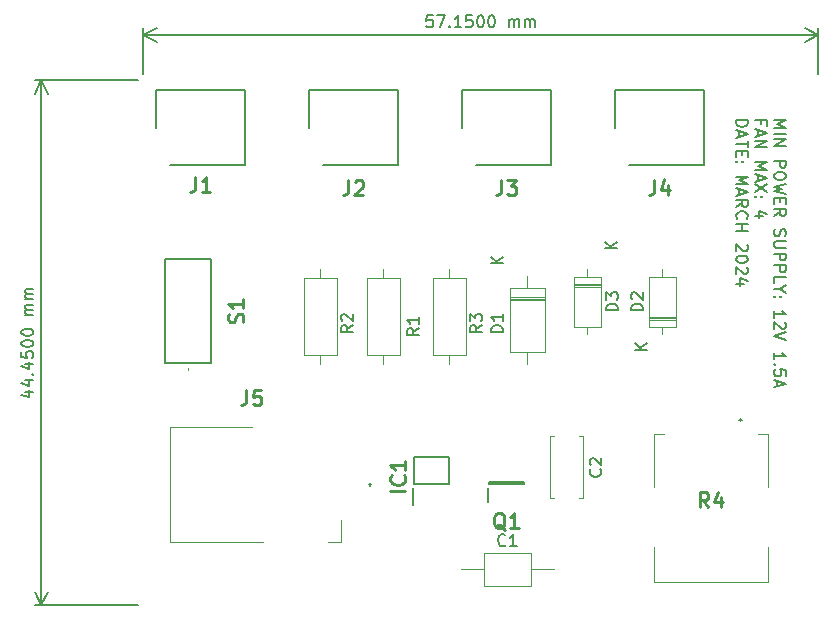
<source format=gbr>
%TF.GenerationSoftware,KiCad,Pcbnew,7.0.10*%
%TF.CreationDate,2024-03-14T19:30:55-04:00*%
%TF.ProjectId,Fan Speed Controller,46616e20-5370-4656-9564-20436f6e7472,rev?*%
%TF.SameCoordinates,Original*%
%TF.FileFunction,Legend,Top*%
%TF.FilePolarity,Positive*%
%FSLAX46Y46*%
G04 Gerber Fmt 4.6, Leading zero omitted, Abs format (unit mm)*
G04 Created by KiCad (PCBNEW 7.0.10) date 2024-03-14 19:30:55*
%MOMM*%
%LPD*%
G01*
G04 APERTURE LIST*
%ADD10C,0.150000*%
%ADD11C,0.254000*%
%ADD12C,0.120000*%
%ADD13C,0.100000*%
%ADD14C,0.200000*%
%ADD15C,1.600000*%
%ADD16O,1.600000X1.600000*%
%ADD17C,1.800000*%
%ADD18C,4.460000*%
%ADD19C,5.460000*%
%ADD20C,1.300000*%
%ADD21R,1.300000X1.300000*%
%ADD22R,1.600000X1.600000*%
%ADD23R,1.500000X1.500000*%
%ADD24C,1.500000*%
%ADD25R,0.650000X1.200000*%
%ADD26R,0.450000X1.400000*%
%ADD27O,2.200000X2.200000*%
%ADD28R,2.200000X2.200000*%
G04 APERTURE END LIST*
D10*
X29626152Y-55831856D02*
X30292819Y-55831856D01*
X29245200Y-56069951D02*
X29959485Y-56308046D01*
X29959485Y-56308046D02*
X29959485Y-55688999D01*
X29626152Y-54879475D02*
X30292819Y-54879475D01*
X29245200Y-55117570D02*
X29959485Y-55355665D01*
X29959485Y-55355665D02*
X29959485Y-54736618D01*
X30197580Y-54355665D02*
X30245200Y-54308046D01*
X30245200Y-54308046D02*
X30292819Y-54355665D01*
X30292819Y-54355665D02*
X30245200Y-54403284D01*
X30245200Y-54403284D02*
X30197580Y-54355665D01*
X30197580Y-54355665D02*
X30292819Y-54355665D01*
X29626152Y-53450904D02*
X30292819Y-53450904D01*
X29245200Y-53688999D02*
X29959485Y-53927094D01*
X29959485Y-53927094D02*
X29959485Y-53308047D01*
X29292819Y-52450904D02*
X29292819Y-52927094D01*
X29292819Y-52927094D02*
X29769009Y-52974713D01*
X29769009Y-52974713D02*
X29721390Y-52927094D01*
X29721390Y-52927094D02*
X29673771Y-52831856D01*
X29673771Y-52831856D02*
X29673771Y-52593761D01*
X29673771Y-52593761D02*
X29721390Y-52498523D01*
X29721390Y-52498523D02*
X29769009Y-52450904D01*
X29769009Y-52450904D02*
X29864247Y-52403285D01*
X29864247Y-52403285D02*
X30102342Y-52403285D01*
X30102342Y-52403285D02*
X30197580Y-52450904D01*
X30197580Y-52450904D02*
X30245200Y-52498523D01*
X30245200Y-52498523D02*
X30292819Y-52593761D01*
X30292819Y-52593761D02*
X30292819Y-52831856D01*
X30292819Y-52831856D02*
X30245200Y-52927094D01*
X30245200Y-52927094D02*
X30197580Y-52974713D01*
X29292819Y-51784237D02*
X29292819Y-51688999D01*
X29292819Y-51688999D02*
X29340438Y-51593761D01*
X29340438Y-51593761D02*
X29388057Y-51546142D01*
X29388057Y-51546142D02*
X29483295Y-51498523D01*
X29483295Y-51498523D02*
X29673771Y-51450904D01*
X29673771Y-51450904D02*
X29911866Y-51450904D01*
X29911866Y-51450904D02*
X30102342Y-51498523D01*
X30102342Y-51498523D02*
X30197580Y-51546142D01*
X30197580Y-51546142D02*
X30245200Y-51593761D01*
X30245200Y-51593761D02*
X30292819Y-51688999D01*
X30292819Y-51688999D02*
X30292819Y-51784237D01*
X30292819Y-51784237D02*
X30245200Y-51879475D01*
X30245200Y-51879475D02*
X30197580Y-51927094D01*
X30197580Y-51927094D02*
X30102342Y-51974713D01*
X30102342Y-51974713D02*
X29911866Y-52022332D01*
X29911866Y-52022332D02*
X29673771Y-52022332D01*
X29673771Y-52022332D02*
X29483295Y-51974713D01*
X29483295Y-51974713D02*
X29388057Y-51927094D01*
X29388057Y-51927094D02*
X29340438Y-51879475D01*
X29340438Y-51879475D02*
X29292819Y-51784237D01*
X29292819Y-50831856D02*
X29292819Y-50736618D01*
X29292819Y-50736618D02*
X29340438Y-50641380D01*
X29340438Y-50641380D02*
X29388057Y-50593761D01*
X29388057Y-50593761D02*
X29483295Y-50546142D01*
X29483295Y-50546142D02*
X29673771Y-50498523D01*
X29673771Y-50498523D02*
X29911866Y-50498523D01*
X29911866Y-50498523D02*
X30102342Y-50546142D01*
X30102342Y-50546142D02*
X30197580Y-50593761D01*
X30197580Y-50593761D02*
X30245200Y-50641380D01*
X30245200Y-50641380D02*
X30292819Y-50736618D01*
X30292819Y-50736618D02*
X30292819Y-50831856D01*
X30292819Y-50831856D02*
X30245200Y-50927094D01*
X30245200Y-50927094D02*
X30197580Y-50974713D01*
X30197580Y-50974713D02*
X30102342Y-51022332D01*
X30102342Y-51022332D02*
X29911866Y-51069951D01*
X29911866Y-51069951D02*
X29673771Y-51069951D01*
X29673771Y-51069951D02*
X29483295Y-51022332D01*
X29483295Y-51022332D02*
X29388057Y-50974713D01*
X29388057Y-50974713D02*
X29340438Y-50927094D01*
X29340438Y-50927094D02*
X29292819Y-50831856D01*
X30292819Y-49308046D02*
X29626152Y-49308046D01*
X29721390Y-49308046D02*
X29673771Y-49260427D01*
X29673771Y-49260427D02*
X29626152Y-49165189D01*
X29626152Y-49165189D02*
X29626152Y-49022332D01*
X29626152Y-49022332D02*
X29673771Y-48927094D01*
X29673771Y-48927094D02*
X29769009Y-48879475D01*
X29769009Y-48879475D02*
X30292819Y-48879475D01*
X29769009Y-48879475D02*
X29673771Y-48831856D01*
X29673771Y-48831856D02*
X29626152Y-48736618D01*
X29626152Y-48736618D02*
X29626152Y-48593761D01*
X29626152Y-48593761D02*
X29673771Y-48498522D01*
X29673771Y-48498522D02*
X29769009Y-48450903D01*
X29769009Y-48450903D02*
X30292819Y-48450903D01*
X30292819Y-47974713D02*
X29626152Y-47974713D01*
X29721390Y-47974713D02*
X29673771Y-47927094D01*
X29673771Y-47927094D02*
X29626152Y-47831856D01*
X29626152Y-47831856D02*
X29626152Y-47688999D01*
X29626152Y-47688999D02*
X29673771Y-47593761D01*
X29673771Y-47593761D02*
X29769009Y-47546142D01*
X29769009Y-47546142D02*
X30292819Y-47546142D01*
X29769009Y-47546142D02*
X29673771Y-47498523D01*
X29673771Y-47498523D02*
X29626152Y-47403285D01*
X29626152Y-47403285D02*
X29626152Y-47260428D01*
X29626152Y-47260428D02*
X29673771Y-47165189D01*
X29673771Y-47165189D02*
X29769009Y-47117570D01*
X29769009Y-47117570D02*
X30292819Y-47117570D01*
X39124000Y-29464000D02*
X30401580Y-29464000D01*
X39124000Y-73914000D02*
X30401580Y-73914000D01*
X30988000Y-29464000D02*
X30988000Y-73914000D01*
X30988000Y-29464000D02*
X30988000Y-73914000D01*
X30988000Y-29464000D02*
X31574421Y-30590504D01*
X30988000Y-29464000D02*
X30401579Y-30590504D01*
X30988000Y-73914000D02*
X30401579Y-72787496D01*
X30988000Y-73914000D02*
X31574421Y-72787496D01*
X64103762Y-23958819D02*
X63627572Y-23958819D01*
X63627572Y-23958819D02*
X63579953Y-24435009D01*
X63579953Y-24435009D02*
X63627572Y-24387390D01*
X63627572Y-24387390D02*
X63722810Y-24339771D01*
X63722810Y-24339771D02*
X63960905Y-24339771D01*
X63960905Y-24339771D02*
X64056143Y-24387390D01*
X64056143Y-24387390D02*
X64103762Y-24435009D01*
X64103762Y-24435009D02*
X64151381Y-24530247D01*
X64151381Y-24530247D02*
X64151381Y-24768342D01*
X64151381Y-24768342D02*
X64103762Y-24863580D01*
X64103762Y-24863580D02*
X64056143Y-24911200D01*
X64056143Y-24911200D02*
X63960905Y-24958819D01*
X63960905Y-24958819D02*
X63722810Y-24958819D01*
X63722810Y-24958819D02*
X63627572Y-24911200D01*
X63627572Y-24911200D02*
X63579953Y-24863580D01*
X64484715Y-23958819D02*
X65151381Y-23958819D01*
X65151381Y-23958819D02*
X64722810Y-24958819D01*
X65532334Y-24863580D02*
X65579953Y-24911200D01*
X65579953Y-24911200D02*
X65532334Y-24958819D01*
X65532334Y-24958819D02*
X65484715Y-24911200D01*
X65484715Y-24911200D02*
X65532334Y-24863580D01*
X65532334Y-24863580D02*
X65532334Y-24958819D01*
X66532333Y-24958819D02*
X65960905Y-24958819D01*
X66246619Y-24958819D02*
X66246619Y-23958819D01*
X66246619Y-23958819D02*
X66151381Y-24101676D01*
X66151381Y-24101676D02*
X66056143Y-24196914D01*
X66056143Y-24196914D02*
X65960905Y-24244533D01*
X67437095Y-23958819D02*
X66960905Y-23958819D01*
X66960905Y-23958819D02*
X66913286Y-24435009D01*
X66913286Y-24435009D02*
X66960905Y-24387390D01*
X66960905Y-24387390D02*
X67056143Y-24339771D01*
X67056143Y-24339771D02*
X67294238Y-24339771D01*
X67294238Y-24339771D02*
X67389476Y-24387390D01*
X67389476Y-24387390D02*
X67437095Y-24435009D01*
X67437095Y-24435009D02*
X67484714Y-24530247D01*
X67484714Y-24530247D02*
X67484714Y-24768342D01*
X67484714Y-24768342D02*
X67437095Y-24863580D01*
X67437095Y-24863580D02*
X67389476Y-24911200D01*
X67389476Y-24911200D02*
X67294238Y-24958819D01*
X67294238Y-24958819D02*
X67056143Y-24958819D01*
X67056143Y-24958819D02*
X66960905Y-24911200D01*
X66960905Y-24911200D02*
X66913286Y-24863580D01*
X68103762Y-23958819D02*
X68199000Y-23958819D01*
X68199000Y-23958819D02*
X68294238Y-24006438D01*
X68294238Y-24006438D02*
X68341857Y-24054057D01*
X68341857Y-24054057D02*
X68389476Y-24149295D01*
X68389476Y-24149295D02*
X68437095Y-24339771D01*
X68437095Y-24339771D02*
X68437095Y-24577866D01*
X68437095Y-24577866D02*
X68389476Y-24768342D01*
X68389476Y-24768342D02*
X68341857Y-24863580D01*
X68341857Y-24863580D02*
X68294238Y-24911200D01*
X68294238Y-24911200D02*
X68199000Y-24958819D01*
X68199000Y-24958819D02*
X68103762Y-24958819D01*
X68103762Y-24958819D02*
X68008524Y-24911200D01*
X68008524Y-24911200D02*
X67960905Y-24863580D01*
X67960905Y-24863580D02*
X67913286Y-24768342D01*
X67913286Y-24768342D02*
X67865667Y-24577866D01*
X67865667Y-24577866D02*
X67865667Y-24339771D01*
X67865667Y-24339771D02*
X67913286Y-24149295D01*
X67913286Y-24149295D02*
X67960905Y-24054057D01*
X67960905Y-24054057D02*
X68008524Y-24006438D01*
X68008524Y-24006438D02*
X68103762Y-23958819D01*
X69056143Y-23958819D02*
X69151381Y-23958819D01*
X69151381Y-23958819D02*
X69246619Y-24006438D01*
X69246619Y-24006438D02*
X69294238Y-24054057D01*
X69294238Y-24054057D02*
X69341857Y-24149295D01*
X69341857Y-24149295D02*
X69389476Y-24339771D01*
X69389476Y-24339771D02*
X69389476Y-24577866D01*
X69389476Y-24577866D02*
X69341857Y-24768342D01*
X69341857Y-24768342D02*
X69294238Y-24863580D01*
X69294238Y-24863580D02*
X69246619Y-24911200D01*
X69246619Y-24911200D02*
X69151381Y-24958819D01*
X69151381Y-24958819D02*
X69056143Y-24958819D01*
X69056143Y-24958819D02*
X68960905Y-24911200D01*
X68960905Y-24911200D02*
X68913286Y-24863580D01*
X68913286Y-24863580D02*
X68865667Y-24768342D01*
X68865667Y-24768342D02*
X68818048Y-24577866D01*
X68818048Y-24577866D02*
X68818048Y-24339771D01*
X68818048Y-24339771D02*
X68865667Y-24149295D01*
X68865667Y-24149295D02*
X68913286Y-24054057D01*
X68913286Y-24054057D02*
X68960905Y-24006438D01*
X68960905Y-24006438D02*
X69056143Y-23958819D01*
X70579953Y-24958819D02*
X70579953Y-24292152D01*
X70579953Y-24387390D02*
X70627572Y-24339771D01*
X70627572Y-24339771D02*
X70722810Y-24292152D01*
X70722810Y-24292152D02*
X70865667Y-24292152D01*
X70865667Y-24292152D02*
X70960905Y-24339771D01*
X70960905Y-24339771D02*
X71008524Y-24435009D01*
X71008524Y-24435009D02*
X71008524Y-24958819D01*
X71008524Y-24435009D02*
X71056143Y-24339771D01*
X71056143Y-24339771D02*
X71151381Y-24292152D01*
X71151381Y-24292152D02*
X71294238Y-24292152D01*
X71294238Y-24292152D02*
X71389477Y-24339771D01*
X71389477Y-24339771D02*
X71437096Y-24435009D01*
X71437096Y-24435009D02*
X71437096Y-24958819D01*
X71913286Y-24958819D02*
X71913286Y-24292152D01*
X71913286Y-24387390D02*
X71960905Y-24339771D01*
X71960905Y-24339771D02*
X72056143Y-24292152D01*
X72056143Y-24292152D02*
X72199000Y-24292152D01*
X72199000Y-24292152D02*
X72294238Y-24339771D01*
X72294238Y-24339771D02*
X72341857Y-24435009D01*
X72341857Y-24435009D02*
X72341857Y-24958819D01*
X72341857Y-24435009D02*
X72389476Y-24339771D01*
X72389476Y-24339771D02*
X72484714Y-24292152D01*
X72484714Y-24292152D02*
X72627571Y-24292152D01*
X72627571Y-24292152D02*
X72722810Y-24339771D01*
X72722810Y-24339771D02*
X72770429Y-24435009D01*
X72770429Y-24435009D02*
X72770429Y-24958819D01*
X39624000Y-28964000D02*
X39624000Y-25067580D01*
X96774000Y-28964000D02*
X96774000Y-25067580D01*
X39624000Y-25654000D02*
X96774000Y-25654000D01*
X39624000Y-25654000D02*
X96774000Y-25654000D01*
X39624000Y-25654000D02*
X40750504Y-25067579D01*
X39624000Y-25654000D02*
X40750504Y-26240421D01*
X96774000Y-25654000D02*
X95647496Y-26240421D01*
X96774000Y-25654000D02*
X95647496Y-25067579D01*
X93012180Y-32848779D02*
X94012180Y-32848779D01*
X94012180Y-32848779D02*
X93297895Y-33182112D01*
X93297895Y-33182112D02*
X94012180Y-33515445D01*
X94012180Y-33515445D02*
X93012180Y-33515445D01*
X93012180Y-33991636D02*
X94012180Y-33991636D01*
X93012180Y-34467826D02*
X94012180Y-34467826D01*
X94012180Y-34467826D02*
X93012180Y-35039254D01*
X93012180Y-35039254D02*
X94012180Y-35039254D01*
X93012180Y-36277350D02*
X94012180Y-36277350D01*
X94012180Y-36277350D02*
X94012180Y-36658302D01*
X94012180Y-36658302D02*
X93964561Y-36753540D01*
X93964561Y-36753540D02*
X93916942Y-36801159D01*
X93916942Y-36801159D02*
X93821704Y-36848778D01*
X93821704Y-36848778D02*
X93678847Y-36848778D01*
X93678847Y-36848778D02*
X93583609Y-36801159D01*
X93583609Y-36801159D02*
X93535990Y-36753540D01*
X93535990Y-36753540D02*
X93488371Y-36658302D01*
X93488371Y-36658302D02*
X93488371Y-36277350D01*
X94012180Y-37467826D02*
X94012180Y-37658302D01*
X94012180Y-37658302D02*
X93964561Y-37753540D01*
X93964561Y-37753540D02*
X93869323Y-37848778D01*
X93869323Y-37848778D02*
X93678847Y-37896397D01*
X93678847Y-37896397D02*
X93345514Y-37896397D01*
X93345514Y-37896397D02*
X93155038Y-37848778D01*
X93155038Y-37848778D02*
X93059800Y-37753540D01*
X93059800Y-37753540D02*
X93012180Y-37658302D01*
X93012180Y-37658302D02*
X93012180Y-37467826D01*
X93012180Y-37467826D02*
X93059800Y-37372588D01*
X93059800Y-37372588D02*
X93155038Y-37277350D01*
X93155038Y-37277350D02*
X93345514Y-37229731D01*
X93345514Y-37229731D02*
X93678847Y-37229731D01*
X93678847Y-37229731D02*
X93869323Y-37277350D01*
X93869323Y-37277350D02*
X93964561Y-37372588D01*
X93964561Y-37372588D02*
X94012180Y-37467826D01*
X94012180Y-38229731D02*
X93012180Y-38467826D01*
X93012180Y-38467826D02*
X93726466Y-38658302D01*
X93726466Y-38658302D02*
X93012180Y-38848778D01*
X93012180Y-38848778D02*
X94012180Y-39086874D01*
X93535990Y-39467826D02*
X93535990Y-39801159D01*
X93012180Y-39944016D02*
X93012180Y-39467826D01*
X93012180Y-39467826D02*
X94012180Y-39467826D01*
X94012180Y-39467826D02*
X94012180Y-39944016D01*
X93012180Y-40944016D02*
X93488371Y-40610683D01*
X93012180Y-40372588D02*
X94012180Y-40372588D01*
X94012180Y-40372588D02*
X94012180Y-40753540D01*
X94012180Y-40753540D02*
X93964561Y-40848778D01*
X93964561Y-40848778D02*
X93916942Y-40896397D01*
X93916942Y-40896397D02*
X93821704Y-40944016D01*
X93821704Y-40944016D02*
X93678847Y-40944016D01*
X93678847Y-40944016D02*
X93583609Y-40896397D01*
X93583609Y-40896397D02*
X93535990Y-40848778D01*
X93535990Y-40848778D02*
X93488371Y-40753540D01*
X93488371Y-40753540D02*
X93488371Y-40372588D01*
X93059800Y-42086874D02*
X93012180Y-42229731D01*
X93012180Y-42229731D02*
X93012180Y-42467826D01*
X93012180Y-42467826D02*
X93059800Y-42563064D01*
X93059800Y-42563064D02*
X93107419Y-42610683D01*
X93107419Y-42610683D02*
X93202657Y-42658302D01*
X93202657Y-42658302D02*
X93297895Y-42658302D01*
X93297895Y-42658302D02*
X93393133Y-42610683D01*
X93393133Y-42610683D02*
X93440752Y-42563064D01*
X93440752Y-42563064D02*
X93488371Y-42467826D01*
X93488371Y-42467826D02*
X93535990Y-42277350D01*
X93535990Y-42277350D02*
X93583609Y-42182112D01*
X93583609Y-42182112D02*
X93631228Y-42134493D01*
X93631228Y-42134493D02*
X93726466Y-42086874D01*
X93726466Y-42086874D02*
X93821704Y-42086874D01*
X93821704Y-42086874D02*
X93916942Y-42134493D01*
X93916942Y-42134493D02*
X93964561Y-42182112D01*
X93964561Y-42182112D02*
X94012180Y-42277350D01*
X94012180Y-42277350D02*
X94012180Y-42515445D01*
X94012180Y-42515445D02*
X93964561Y-42658302D01*
X94012180Y-43086874D02*
X93202657Y-43086874D01*
X93202657Y-43086874D02*
X93107419Y-43134493D01*
X93107419Y-43134493D02*
X93059800Y-43182112D01*
X93059800Y-43182112D02*
X93012180Y-43277350D01*
X93012180Y-43277350D02*
X93012180Y-43467826D01*
X93012180Y-43467826D02*
X93059800Y-43563064D01*
X93059800Y-43563064D02*
X93107419Y-43610683D01*
X93107419Y-43610683D02*
X93202657Y-43658302D01*
X93202657Y-43658302D02*
X94012180Y-43658302D01*
X93012180Y-44134493D02*
X94012180Y-44134493D01*
X94012180Y-44134493D02*
X94012180Y-44515445D01*
X94012180Y-44515445D02*
X93964561Y-44610683D01*
X93964561Y-44610683D02*
X93916942Y-44658302D01*
X93916942Y-44658302D02*
X93821704Y-44705921D01*
X93821704Y-44705921D02*
X93678847Y-44705921D01*
X93678847Y-44705921D02*
X93583609Y-44658302D01*
X93583609Y-44658302D02*
X93535990Y-44610683D01*
X93535990Y-44610683D02*
X93488371Y-44515445D01*
X93488371Y-44515445D02*
X93488371Y-44134493D01*
X93012180Y-45134493D02*
X94012180Y-45134493D01*
X94012180Y-45134493D02*
X94012180Y-45515445D01*
X94012180Y-45515445D02*
X93964561Y-45610683D01*
X93964561Y-45610683D02*
X93916942Y-45658302D01*
X93916942Y-45658302D02*
X93821704Y-45705921D01*
X93821704Y-45705921D02*
X93678847Y-45705921D01*
X93678847Y-45705921D02*
X93583609Y-45658302D01*
X93583609Y-45658302D02*
X93535990Y-45610683D01*
X93535990Y-45610683D02*
X93488371Y-45515445D01*
X93488371Y-45515445D02*
X93488371Y-45134493D01*
X93012180Y-46610683D02*
X93012180Y-46134493D01*
X93012180Y-46134493D02*
X94012180Y-46134493D01*
X93488371Y-47134493D02*
X93012180Y-47134493D01*
X94012180Y-46801160D02*
X93488371Y-47134493D01*
X93488371Y-47134493D02*
X94012180Y-47467826D01*
X93107419Y-47801160D02*
X93059800Y-47848779D01*
X93059800Y-47848779D02*
X93012180Y-47801160D01*
X93012180Y-47801160D02*
X93059800Y-47753541D01*
X93059800Y-47753541D02*
X93107419Y-47801160D01*
X93107419Y-47801160D02*
X93012180Y-47801160D01*
X93631228Y-47801160D02*
X93583609Y-47848779D01*
X93583609Y-47848779D02*
X93535990Y-47801160D01*
X93535990Y-47801160D02*
X93583609Y-47753541D01*
X93583609Y-47753541D02*
X93631228Y-47801160D01*
X93631228Y-47801160D02*
X93535990Y-47801160D01*
X93012180Y-49563064D02*
X93012180Y-48991636D01*
X93012180Y-49277350D02*
X94012180Y-49277350D01*
X94012180Y-49277350D02*
X93869323Y-49182112D01*
X93869323Y-49182112D02*
X93774085Y-49086874D01*
X93774085Y-49086874D02*
X93726466Y-48991636D01*
X93916942Y-49944017D02*
X93964561Y-49991636D01*
X93964561Y-49991636D02*
X94012180Y-50086874D01*
X94012180Y-50086874D02*
X94012180Y-50324969D01*
X94012180Y-50324969D02*
X93964561Y-50420207D01*
X93964561Y-50420207D02*
X93916942Y-50467826D01*
X93916942Y-50467826D02*
X93821704Y-50515445D01*
X93821704Y-50515445D02*
X93726466Y-50515445D01*
X93726466Y-50515445D02*
X93583609Y-50467826D01*
X93583609Y-50467826D02*
X93012180Y-49896398D01*
X93012180Y-49896398D02*
X93012180Y-50515445D01*
X94012180Y-50801160D02*
X93012180Y-51134493D01*
X93012180Y-51134493D02*
X94012180Y-51467826D01*
X93012180Y-53086874D02*
X93012180Y-52515446D01*
X93012180Y-52801160D02*
X94012180Y-52801160D01*
X94012180Y-52801160D02*
X93869323Y-52705922D01*
X93869323Y-52705922D02*
X93774085Y-52610684D01*
X93774085Y-52610684D02*
X93726466Y-52515446D01*
X93107419Y-53515446D02*
X93059800Y-53563065D01*
X93059800Y-53563065D02*
X93012180Y-53515446D01*
X93012180Y-53515446D02*
X93059800Y-53467827D01*
X93059800Y-53467827D02*
X93107419Y-53515446D01*
X93107419Y-53515446D02*
X93012180Y-53515446D01*
X94012180Y-54467826D02*
X94012180Y-53991636D01*
X94012180Y-53991636D02*
X93535990Y-53944017D01*
X93535990Y-53944017D02*
X93583609Y-53991636D01*
X93583609Y-53991636D02*
X93631228Y-54086874D01*
X93631228Y-54086874D02*
X93631228Y-54324969D01*
X93631228Y-54324969D02*
X93583609Y-54420207D01*
X93583609Y-54420207D02*
X93535990Y-54467826D01*
X93535990Y-54467826D02*
X93440752Y-54515445D01*
X93440752Y-54515445D02*
X93202657Y-54515445D01*
X93202657Y-54515445D02*
X93107419Y-54467826D01*
X93107419Y-54467826D02*
X93059800Y-54420207D01*
X93059800Y-54420207D02*
X93012180Y-54324969D01*
X93012180Y-54324969D02*
X93012180Y-54086874D01*
X93012180Y-54086874D02*
X93059800Y-53991636D01*
X93059800Y-53991636D02*
X93107419Y-53944017D01*
X93297895Y-54896398D02*
X93297895Y-55372588D01*
X93012180Y-54801160D02*
X94012180Y-55134493D01*
X94012180Y-55134493D02*
X93012180Y-55467826D01*
X91925990Y-33182112D02*
X91925990Y-32848779D01*
X91402180Y-32848779D02*
X92402180Y-32848779D01*
X92402180Y-32848779D02*
X92402180Y-33324969D01*
X91687895Y-33658303D02*
X91687895Y-34134493D01*
X91402180Y-33563065D02*
X92402180Y-33896398D01*
X92402180Y-33896398D02*
X91402180Y-34229731D01*
X91402180Y-34563065D02*
X92402180Y-34563065D01*
X92402180Y-34563065D02*
X91402180Y-35134493D01*
X91402180Y-35134493D02*
X92402180Y-35134493D01*
X91402180Y-36372589D02*
X92402180Y-36372589D01*
X92402180Y-36372589D02*
X91687895Y-36705922D01*
X91687895Y-36705922D02*
X92402180Y-37039255D01*
X92402180Y-37039255D02*
X91402180Y-37039255D01*
X91687895Y-37467827D02*
X91687895Y-37944017D01*
X91402180Y-37372589D02*
X92402180Y-37705922D01*
X92402180Y-37705922D02*
X91402180Y-38039255D01*
X92402180Y-38277351D02*
X91402180Y-38944017D01*
X92402180Y-38944017D02*
X91402180Y-38277351D01*
X91497419Y-39324970D02*
X91449800Y-39372589D01*
X91449800Y-39372589D02*
X91402180Y-39324970D01*
X91402180Y-39324970D02*
X91449800Y-39277351D01*
X91449800Y-39277351D02*
X91497419Y-39324970D01*
X91497419Y-39324970D02*
X91402180Y-39324970D01*
X92021228Y-39324970D02*
X91973609Y-39372589D01*
X91973609Y-39372589D02*
X91925990Y-39324970D01*
X91925990Y-39324970D02*
X91973609Y-39277351D01*
X91973609Y-39277351D02*
X92021228Y-39324970D01*
X92021228Y-39324970D02*
X91925990Y-39324970D01*
X92068847Y-40991636D02*
X91402180Y-40991636D01*
X92449800Y-40753541D02*
X91735514Y-40515446D01*
X91735514Y-40515446D02*
X91735514Y-41134493D01*
X89792180Y-32848779D02*
X90792180Y-32848779D01*
X90792180Y-32848779D02*
X90792180Y-33086874D01*
X90792180Y-33086874D02*
X90744561Y-33229731D01*
X90744561Y-33229731D02*
X90649323Y-33324969D01*
X90649323Y-33324969D02*
X90554085Y-33372588D01*
X90554085Y-33372588D02*
X90363609Y-33420207D01*
X90363609Y-33420207D02*
X90220752Y-33420207D01*
X90220752Y-33420207D02*
X90030276Y-33372588D01*
X90030276Y-33372588D02*
X89935038Y-33324969D01*
X89935038Y-33324969D02*
X89839800Y-33229731D01*
X89839800Y-33229731D02*
X89792180Y-33086874D01*
X89792180Y-33086874D02*
X89792180Y-32848779D01*
X90077895Y-33801160D02*
X90077895Y-34277350D01*
X89792180Y-33705922D02*
X90792180Y-34039255D01*
X90792180Y-34039255D02*
X89792180Y-34372588D01*
X90792180Y-34563065D02*
X90792180Y-35134493D01*
X89792180Y-34848779D02*
X90792180Y-34848779D01*
X90315990Y-35467827D02*
X90315990Y-35801160D01*
X89792180Y-35944017D02*
X89792180Y-35467827D01*
X89792180Y-35467827D02*
X90792180Y-35467827D01*
X90792180Y-35467827D02*
X90792180Y-35944017D01*
X89887419Y-36372589D02*
X89839800Y-36420208D01*
X89839800Y-36420208D02*
X89792180Y-36372589D01*
X89792180Y-36372589D02*
X89839800Y-36324970D01*
X89839800Y-36324970D02*
X89887419Y-36372589D01*
X89887419Y-36372589D02*
X89792180Y-36372589D01*
X90411228Y-36372589D02*
X90363609Y-36420208D01*
X90363609Y-36420208D02*
X90315990Y-36372589D01*
X90315990Y-36372589D02*
X90363609Y-36324970D01*
X90363609Y-36324970D02*
X90411228Y-36372589D01*
X90411228Y-36372589D02*
X90315990Y-36372589D01*
X89792180Y-37610684D02*
X90792180Y-37610684D01*
X90792180Y-37610684D02*
X90077895Y-37944017D01*
X90077895Y-37944017D02*
X90792180Y-38277350D01*
X90792180Y-38277350D02*
X89792180Y-38277350D01*
X90077895Y-38705922D02*
X90077895Y-39182112D01*
X89792180Y-38610684D02*
X90792180Y-38944017D01*
X90792180Y-38944017D02*
X89792180Y-39277350D01*
X89792180Y-40182112D02*
X90268371Y-39848779D01*
X89792180Y-39610684D02*
X90792180Y-39610684D01*
X90792180Y-39610684D02*
X90792180Y-39991636D01*
X90792180Y-39991636D02*
X90744561Y-40086874D01*
X90744561Y-40086874D02*
X90696942Y-40134493D01*
X90696942Y-40134493D02*
X90601704Y-40182112D01*
X90601704Y-40182112D02*
X90458847Y-40182112D01*
X90458847Y-40182112D02*
X90363609Y-40134493D01*
X90363609Y-40134493D02*
X90315990Y-40086874D01*
X90315990Y-40086874D02*
X90268371Y-39991636D01*
X90268371Y-39991636D02*
X90268371Y-39610684D01*
X89887419Y-41182112D02*
X89839800Y-41134493D01*
X89839800Y-41134493D02*
X89792180Y-40991636D01*
X89792180Y-40991636D02*
X89792180Y-40896398D01*
X89792180Y-40896398D02*
X89839800Y-40753541D01*
X89839800Y-40753541D02*
X89935038Y-40658303D01*
X89935038Y-40658303D02*
X90030276Y-40610684D01*
X90030276Y-40610684D02*
X90220752Y-40563065D01*
X90220752Y-40563065D02*
X90363609Y-40563065D01*
X90363609Y-40563065D02*
X90554085Y-40610684D01*
X90554085Y-40610684D02*
X90649323Y-40658303D01*
X90649323Y-40658303D02*
X90744561Y-40753541D01*
X90744561Y-40753541D02*
X90792180Y-40896398D01*
X90792180Y-40896398D02*
X90792180Y-40991636D01*
X90792180Y-40991636D02*
X90744561Y-41134493D01*
X90744561Y-41134493D02*
X90696942Y-41182112D01*
X89792180Y-41610684D02*
X90792180Y-41610684D01*
X90315990Y-41610684D02*
X90315990Y-42182112D01*
X89792180Y-42182112D02*
X90792180Y-42182112D01*
X90696942Y-43372589D02*
X90744561Y-43420208D01*
X90744561Y-43420208D02*
X90792180Y-43515446D01*
X90792180Y-43515446D02*
X90792180Y-43753541D01*
X90792180Y-43753541D02*
X90744561Y-43848779D01*
X90744561Y-43848779D02*
X90696942Y-43896398D01*
X90696942Y-43896398D02*
X90601704Y-43944017D01*
X90601704Y-43944017D02*
X90506466Y-43944017D01*
X90506466Y-43944017D02*
X90363609Y-43896398D01*
X90363609Y-43896398D02*
X89792180Y-43324970D01*
X89792180Y-43324970D02*
X89792180Y-43944017D01*
X90792180Y-44563065D02*
X90792180Y-44658303D01*
X90792180Y-44658303D02*
X90744561Y-44753541D01*
X90744561Y-44753541D02*
X90696942Y-44801160D01*
X90696942Y-44801160D02*
X90601704Y-44848779D01*
X90601704Y-44848779D02*
X90411228Y-44896398D01*
X90411228Y-44896398D02*
X90173133Y-44896398D01*
X90173133Y-44896398D02*
X89982657Y-44848779D01*
X89982657Y-44848779D02*
X89887419Y-44801160D01*
X89887419Y-44801160D02*
X89839800Y-44753541D01*
X89839800Y-44753541D02*
X89792180Y-44658303D01*
X89792180Y-44658303D02*
X89792180Y-44563065D01*
X89792180Y-44563065D02*
X89839800Y-44467827D01*
X89839800Y-44467827D02*
X89887419Y-44420208D01*
X89887419Y-44420208D02*
X89982657Y-44372589D01*
X89982657Y-44372589D02*
X90173133Y-44324970D01*
X90173133Y-44324970D02*
X90411228Y-44324970D01*
X90411228Y-44324970D02*
X90601704Y-44372589D01*
X90601704Y-44372589D02*
X90696942Y-44420208D01*
X90696942Y-44420208D02*
X90744561Y-44467827D01*
X90744561Y-44467827D02*
X90792180Y-44563065D01*
X90696942Y-45277351D02*
X90744561Y-45324970D01*
X90744561Y-45324970D02*
X90792180Y-45420208D01*
X90792180Y-45420208D02*
X90792180Y-45658303D01*
X90792180Y-45658303D02*
X90744561Y-45753541D01*
X90744561Y-45753541D02*
X90696942Y-45801160D01*
X90696942Y-45801160D02*
X90601704Y-45848779D01*
X90601704Y-45848779D02*
X90506466Y-45848779D01*
X90506466Y-45848779D02*
X90363609Y-45801160D01*
X90363609Y-45801160D02*
X89792180Y-45229732D01*
X89792180Y-45229732D02*
X89792180Y-45848779D01*
X90458847Y-46705922D02*
X89792180Y-46705922D01*
X90839800Y-46467827D02*
X90125514Y-46229732D01*
X90125514Y-46229732D02*
X90125514Y-46848779D01*
X68272819Y-50204666D02*
X67796628Y-50537999D01*
X68272819Y-50776094D02*
X67272819Y-50776094D01*
X67272819Y-50776094D02*
X67272819Y-50395142D01*
X67272819Y-50395142D02*
X67320438Y-50299904D01*
X67320438Y-50299904D02*
X67368057Y-50252285D01*
X67368057Y-50252285D02*
X67463295Y-50204666D01*
X67463295Y-50204666D02*
X67606152Y-50204666D01*
X67606152Y-50204666D02*
X67701390Y-50252285D01*
X67701390Y-50252285D02*
X67749009Y-50299904D01*
X67749009Y-50299904D02*
X67796628Y-50395142D01*
X67796628Y-50395142D02*
X67796628Y-50776094D01*
X67272819Y-49871332D02*
X67272819Y-49252285D01*
X67272819Y-49252285D02*
X67653771Y-49585618D01*
X67653771Y-49585618D02*
X67653771Y-49442761D01*
X67653771Y-49442761D02*
X67701390Y-49347523D01*
X67701390Y-49347523D02*
X67749009Y-49299904D01*
X67749009Y-49299904D02*
X67844247Y-49252285D01*
X67844247Y-49252285D02*
X68082342Y-49252285D01*
X68082342Y-49252285D02*
X68177580Y-49299904D01*
X68177580Y-49299904D02*
X68225200Y-49347523D01*
X68225200Y-49347523D02*
X68272819Y-49442761D01*
X68272819Y-49442761D02*
X68272819Y-49728475D01*
X68272819Y-49728475D02*
X68225200Y-49823713D01*
X68225200Y-49823713D02*
X68177580Y-49871332D01*
X57350819Y-50204666D02*
X56874628Y-50537999D01*
X57350819Y-50776094D02*
X56350819Y-50776094D01*
X56350819Y-50776094D02*
X56350819Y-50395142D01*
X56350819Y-50395142D02*
X56398438Y-50299904D01*
X56398438Y-50299904D02*
X56446057Y-50252285D01*
X56446057Y-50252285D02*
X56541295Y-50204666D01*
X56541295Y-50204666D02*
X56684152Y-50204666D01*
X56684152Y-50204666D02*
X56779390Y-50252285D01*
X56779390Y-50252285D02*
X56827009Y-50299904D01*
X56827009Y-50299904D02*
X56874628Y-50395142D01*
X56874628Y-50395142D02*
X56874628Y-50776094D01*
X56446057Y-49823713D02*
X56398438Y-49776094D01*
X56398438Y-49776094D02*
X56350819Y-49680856D01*
X56350819Y-49680856D02*
X56350819Y-49442761D01*
X56350819Y-49442761D02*
X56398438Y-49347523D01*
X56398438Y-49347523D02*
X56446057Y-49299904D01*
X56446057Y-49299904D02*
X56541295Y-49252285D01*
X56541295Y-49252285D02*
X56636533Y-49252285D01*
X56636533Y-49252285D02*
X56779390Y-49299904D01*
X56779390Y-49299904D02*
X57350819Y-49871332D01*
X57350819Y-49871332D02*
X57350819Y-49252285D01*
X62938819Y-50458666D02*
X62462628Y-50791999D01*
X62938819Y-51030094D02*
X61938819Y-51030094D01*
X61938819Y-51030094D02*
X61938819Y-50649142D01*
X61938819Y-50649142D02*
X61986438Y-50553904D01*
X61986438Y-50553904D02*
X62034057Y-50506285D01*
X62034057Y-50506285D02*
X62129295Y-50458666D01*
X62129295Y-50458666D02*
X62272152Y-50458666D01*
X62272152Y-50458666D02*
X62367390Y-50506285D01*
X62367390Y-50506285D02*
X62415009Y-50553904D01*
X62415009Y-50553904D02*
X62462628Y-50649142D01*
X62462628Y-50649142D02*
X62462628Y-51030094D01*
X62938819Y-49506285D02*
X62938819Y-50077713D01*
X62938819Y-49791999D02*
X61938819Y-49791999D01*
X61938819Y-49791999D02*
X62081676Y-49887237D01*
X62081676Y-49887237D02*
X62176914Y-49982475D01*
X62176914Y-49982475D02*
X62224533Y-50077713D01*
X70271333Y-68805580D02*
X70223714Y-68853200D01*
X70223714Y-68853200D02*
X70080857Y-68900819D01*
X70080857Y-68900819D02*
X69985619Y-68900819D01*
X69985619Y-68900819D02*
X69842762Y-68853200D01*
X69842762Y-68853200D02*
X69747524Y-68757961D01*
X69747524Y-68757961D02*
X69699905Y-68662723D01*
X69699905Y-68662723D02*
X69652286Y-68472247D01*
X69652286Y-68472247D02*
X69652286Y-68329390D01*
X69652286Y-68329390D02*
X69699905Y-68138914D01*
X69699905Y-68138914D02*
X69747524Y-68043676D01*
X69747524Y-68043676D02*
X69842762Y-67948438D01*
X69842762Y-67948438D02*
X69985619Y-67900819D01*
X69985619Y-67900819D02*
X70080857Y-67900819D01*
X70080857Y-67900819D02*
X70223714Y-67948438D01*
X70223714Y-67948438D02*
X70271333Y-67996057D01*
X71223714Y-68900819D02*
X70652286Y-68900819D01*
X70938000Y-68900819D02*
X70938000Y-67900819D01*
X70938000Y-67900819D02*
X70842762Y-68043676D01*
X70842762Y-68043676D02*
X70747524Y-68138914D01*
X70747524Y-68138914D02*
X70652286Y-68186533D01*
X78297580Y-62396666D02*
X78345200Y-62444285D01*
X78345200Y-62444285D02*
X78392819Y-62587142D01*
X78392819Y-62587142D02*
X78392819Y-62682380D01*
X78392819Y-62682380D02*
X78345200Y-62825237D01*
X78345200Y-62825237D02*
X78249961Y-62920475D01*
X78249961Y-62920475D02*
X78154723Y-62968094D01*
X78154723Y-62968094D02*
X77964247Y-63015713D01*
X77964247Y-63015713D02*
X77821390Y-63015713D01*
X77821390Y-63015713D02*
X77630914Y-62968094D01*
X77630914Y-62968094D02*
X77535676Y-62920475D01*
X77535676Y-62920475D02*
X77440438Y-62825237D01*
X77440438Y-62825237D02*
X77392819Y-62682380D01*
X77392819Y-62682380D02*
X77392819Y-62587142D01*
X77392819Y-62587142D02*
X77440438Y-62444285D01*
X77440438Y-62444285D02*
X77488057Y-62396666D01*
X77488057Y-62015713D02*
X77440438Y-61968094D01*
X77440438Y-61968094D02*
X77392819Y-61872856D01*
X77392819Y-61872856D02*
X77392819Y-61634761D01*
X77392819Y-61634761D02*
X77440438Y-61539523D01*
X77440438Y-61539523D02*
X77488057Y-61491904D01*
X77488057Y-61491904D02*
X77583295Y-61444285D01*
X77583295Y-61444285D02*
X77678533Y-61444285D01*
X77678533Y-61444285D02*
X77821390Y-61491904D01*
X77821390Y-61491904D02*
X78392819Y-62063332D01*
X78392819Y-62063332D02*
X78392819Y-61444285D01*
D11*
X87458333Y-65610318D02*
X87034999Y-65005556D01*
X86732618Y-65610318D02*
X86732618Y-64340318D01*
X86732618Y-64340318D02*
X87216428Y-64340318D01*
X87216428Y-64340318D02*
X87337380Y-64400794D01*
X87337380Y-64400794D02*
X87397857Y-64461270D01*
X87397857Y-64461270D02*
X87458333Y-64582222D01*
X87458333Y-64582222D02*
X87458333Y-64763651D01*
X87458333Y-64763651D02*
X87397857Y-64884603D01*
X87397857Y-64884603D02*
X87337380Y-64945080D01*
X87337380Y-64945080D02*
X87216428Y-65005556D01*
X87216428Y-65005556D02*
X86732618Y-65005556D01*
X88546904Y-64763651D02*
X88546904Y-65610318D01*
X88244523Y-64279842D02*
X87942142Y-65186984D01*
X87942142Y-65186984D02*
X88728333Y-65186984D01*
X48344667Y-55692318D02*
X48344667Y-56599461D01*
X48344667Y-56599461D02*
X48284190Y-56780889D01*
X48284190Y-56780889D02*
X48163238Y-56901842D01*
X48163238Y-56901842D02*
X47981809Y-56962318D01*
X47981809Y-56962318D02*
X47860857Y-56962318D01*
X49554190Y-55692318D02*
X48949428Y-55692318D01*
X48949428Y-55692318D02*
X48888952Y-56297080D01*
X48888952Y-56297080D02*
X48949428Y-56236603D01*
X48949428Y-56236603D02*
X49070381Y-56176127D01*
X49070381Y-56176127D02*
X49372762Y-56176127D01*
X49372762Y-56176127D02*
X49493714Y-56236603D01*
X49493714Y-56236603D02*
X49554190Y-56297080D01*
X49554190Y-56297080D02*
X49614667Y-56418032D01*
X49614667Y-56418032D02*
X49614667Y-56720413D01*
X49614667Y-56720413D02*
X49554190Y-56841365D01*
X49554190Y-56841365D02*
X49493714Y-56901842D01*
X49493714Y-56901842D02*
X49372762Y-56962318D01*
X49372762Y-56962318D02*
X49070381Y-56962318D01*
X49070381Y-56962318D02*
X48949428Y-56901842D01*
X48949428Y-56901842D02*
X48888952Y-56841365D01*
X48011842Y-49949619D02*
X48072318Y-49768190D01*
X48072318Y-49768190D02*
X48072318Y-49465809D01*
X48072318Y-49465809D02*
X48011842Y-49344857D01*
X48011842Y-49344857D02*
X47951365Y-49284381D01*
X47951365Y-49284381D02*
X47830413Y-49223904D01*
X47830413Y-49223904D02*
X47709461Y-49223904D01*
X47709461Y-49223904D02*
X47588508Y-49284381D01*
X47588508Y-49284381D02*
X47528032Y-49344857D01*
X47528032Y-49344857D02*
X47467556Y-49465809D01*
X47467556Y-49465809D02*
X47407080Y-49707714D01*
X47407080Y-49707714D02*
X47346603Y-49828666D01*
X47346603Y-49828666D02*
X47286127Y-49889143D01*
X47286127Y-49889143D02*
X47165175Y-49949619D01*
X47165175Y-49949619D02*
X47044222Y-49949619D01*
X47044222Y-49949619D02*
X46923270Y-49889143D01*
X46923270Y-49889143D02*
X46862794Y-49828666D01*
X46862794Y-49828666D02*
X46802318Y-49707714D01*
X46802318Y-49707714D02*
X46802318Y-49405333D01*
X46802318Y-49405333D02*
X46862794Y-49223904D01*
X48072318Y-48014380D02*
X48072318Y-48740095D01*
X48072318Y-48377238D02*
X46802318Y-48377238D01*
X46802318Y-48377238D02*
X46983746Y-48498190D01*
X46983746Y-48498190D02*
X47104699Y-48619142D01*
X47104699Y-48619142D02*
X47165175Y-48740095D01*
D10*
X81900819Y-48952094D02*
X80900819Y-48952094D01*
X80900819Y-48952094D02*
X80900819Y-48713999D01*
X80900819Y-48713999D02*
X80948438Y-48571142D01*
X80948438Y-48571142D02*
X81043676Y-48475904D01*
X81043676Y-48475904D02*
X81138914Y-48428285D01*
X81138914Y-48428285D02*
X81329390Y-48380666D01*
X81329390Y-48380666D02*
X81472247Y-48380666D01*
X81472247Y-48380666D02*
X81662723Y-48428285D01*
X81662723Y-48428285D02*
X81757961Y-48475904D01*
X81757961Y-48475904D02*
X81853200Y-48571142D01*
X81853200Y-48571142D02*
X81900819Y-48713999D01*
X81900819Y-48713999D02*
X81900819Y-48952094D01*
X80996057Y-47999713D02*
X80948438Y-47952094D01*
X80948438Y-47952094D02*
X80900819Y-47856856D01*
X80900819Y-47856856D02*
X80900819Y-47618761D01*
X80900819Y-47618761D02*
X80948438Y-47523523D01*
X80948438Y-47523523D02*
X80996057Y-47475904D01*
X80996057Y-47475904D02*
X81091295Y-47428285D01*
X81091295Y-47428285D02*
X81186533Y-47428285D01*
X81186533Y-47428285D02*
X81329390Y-47475904D01*
X81329390Y-47475904D02*
X81900819Y-48047332D01*
X81900819Y-48047332D02*
X81900819Y-47428285D01*
X82220819Y-52285904D02*
X81220819Y-52285904D01*
X82220819Y-51714476D02*
X81649390Y-52143047D01*
X81220819Y-51714476D02*
X81792247Y-52285904D01*
D11*
X56980634Y-37912318D02*
X56980634Y-38819461D01*
X56980634Y-38819461D02*
X56920157Y-39000889D01*
X56920157Y-39000889D02*
X56799205Y-39121842D01*
X56799205Y-39121842D02*
X56617776Y-39182318D01*
X56617776Y-39182318D02*
X56496824Y-39182318D01*
X57524919Y-38033270D02*
X57585395Y-37972794D01*
X57585395Y-37972794D02*
X57706348Y-37912318D01*
X57706348Y-37912318D02*
X58008729Y-37912318D01*
X58008729Y-37912318D02*
X58129681Y-37972794D01*
X58129681Y-37972794D02*
X58190157Y-38033270D01*
X58190157Y-38033270D02*
X58250634Y-38154222D01*
X58250634Y-38154222D02*
X58250634Y-38275175D01*
X58250634Y-38275175D02*
X58190157Y-38456603D01*
X58190157Y-38456603D02*
X57464443Y-39182318D01*
X57464443Y-39182318D02*
X58250634Y-39182318D01*
X82888667Y-37912318D02*
X82888667Y-38819461D01*
X82888667Y-38819461D02*
X82828190Y-39000889D01*
X82828190Y-39000889D02*
X82707238Y-39121842D01*
X82707238Y-39121842D02*
X82525809Y-39182318D01*
X82525809Y-39182318D02*
X82404857Y-39182318D01*
X84037714Y-38335651D02*
X84037714Y-39182318D01*
X83735333Y-37851842D02*
X83432952Y-38758984D01*
X83432952Y-38758984D02*
X84219143Y-38758984D01*
X44026667Y-37658318D02*
X44026667Y-38565461D01*
X44026667Y-38565461D02*
X43966190Y-38746889D01*
X43966190Y-38746889D02*
X43845238Y-38867842D01*
X43845238Y-38867842D02*
X43663809Y-38928318D01*
X43663809Y-38928318D02*
X43542857Y-38928318D01*
X45296667Y-38928318D02*
X44570952Y-38928318D01*
X44933809Y-38928318D02*
X44933809Y-37658318D01*
X44933809Y-37658318D02*
X44812857Y-37839746D01*
X44812857Y-37839746D02*
X44691905Y-37960699D01*
X44691905Y-37960699D02*
X44570952Y-38021175D01*
X70237047Y-67497270D02*
X70116095Y-67436794D01*
X70116095Y-67436794D02*
X69995142Y-67315842D01*
X69995142Y-67315842D02*
X69813714Y-67134413D01*
X69813714Y-67134413D02*
X69692761Y-67073937D01*
X69692761Y-67073937D02*
X69571809Y-67073937D01*
X69632285Y-67376318D02*
X69511333Y-67315842D01*
X69511333Y-67315842D02*
X69390380Y-67194889D01*
X69390380Y-67194889D02*
X69329904Y-66952984D01*
X69329904Y-66952984D02*
X69329904Y-66529651D01*
X69329904Y-66529651D02*
X69390380Y-66287746D01*
X69390380Y-66287746D02*
X69511333Y-66166794D01*
X69511333Y-66166794D02*
X69632285Y-66106318D01*
X69632285Y-66106318D02*
X69874190Y-66106318D01*
X69874190Y-66106318D02*
X69995142Y-66166794D01*
X69995142Y-66166794D02*
X70116095Y-66287746D01*
X70116095Y-66287746D02*
X70176571Y-66529651D01*
X70176571Y-66529651D02*
X70176571Y-66952984D01*
X70176571Y-66952984D02*
X70116095Y-67194889D01*
X70116095Y-67194889D02*
X69995142Y-67315842D01*
X69995142Y-67315842D02*
X69874190Y-67376318D01*
X69874190Y-67376318D02*
X69632285Y-67376318D01*
X71386095Y-67376318D02*
X70660380Y-67376318D01*
X71023237Y-67376318D02*
X71023237Y-66106318D01*
X71023237Y-66106318D02*
X70902285Y-66287746D01*
X70902285Y-66287746D02*
X70781333Y-66408699D01*
X70781333Y-66408699D02*
X70660380Y-66469175D01*
X61788318Y-64231762D02*
X60518318Y-64231762D01*
X61667365Y-62901285D02*
X61727842Y-62961761D01*
X61727842Y-62961761D02*
X61788318Y-63143190D01*
X61788318Y-63143190D02*
X61788318Y-63264142D01*
X61788318Y-63264142D02*
X61727842Y-63445571D01*
X61727842Y-63445571D02*
X61606889Y-63566523D01*
X61606889Y-63566523D02*
X61485937Y-63627000D01*
X61485937Y-63627000D02*
X61244032Y-63687476D01*
X61244032Y-63687476D02*
X61062603Y-63687476D01*
X61062603Y-63687476D02*
X60820699Y-63627000D01*
X60820699Y-63627000D02*
X60699746Y-63566523D01*
X60699746Y-63566523D02*
X60578794Y-63445571D01*
X60578794Y-63445571D02*
X60518318Y-63264142D01*
X60518318Y-63264142D02*
X60518318Y-63143190D01*
X60518318Y-63143190D02*
X60578794Y-62961761D01*
X60578794Y-62961761D02*
X60639270Y-62901285D01*
X61788318Y-61691761D02*
X61788318Y-62417476D01*
X61788318Y-62054619D02*
X60518318Y-62054619D01*
X60518318Y-62054619D02*
X60699746Y-62175571D01*
X60699746Y-62175571D02*
X60820699Y-62296523D01*
X60820699Y-62296523D02*
X60881175Y-62417476D01*
D10*
X79790819Y-48952094D02*
X78790819Y-48952094D01*
X78790819Y-48952094D02*
X78790819Y-48713999D01*
X78790819Y-48713999D02*
X78838438Y-48571142D01*
X78838438Y-48571142D02*
X78933676Y-48475904D01*
X78933676Y-48475904D02*
X79028914Y-48428285D01*
X79028914Y-48428285D02*
X79219390Y-48380666D01*
X79219390Y-48380666D02*
X79362247Y-48380666D01*
X79362247Y-48380666D02*
X79552723Y-48428285D01*
X79552723Y-48428285D02*
X79647961Y-48475904D01*
X79647961Y-48475904D02*
X79743200Y-48571142D01*
X79743200Y-48571142D02*
X79790819Y-48713999D01*
X79790819Y-48713999D02*
X79790819Y-48952094D01*
X78790819Y-48047332D02*
X78790819Y-47428285D01*
X78790819Y-47428285D02*
X79171771Y-47761618D01*
X79171771Y-47761618D02*
X79171771Y-47618761D01*
X79171771Y-47618761D02*
X79219390Y-47523523D01*
X79219390Y-47523523D02*
X79267009Y-47475904D01*
X79267009Y-47475904D02*
X79362247Y-47428285D01*
X79362247Y-47428285D02*
X79600342Y-47428285D01*
X79600342Y-47428285D02*
X79695580Y-47475904D01*
X79695580Y-47475904D02*
X79743200Y-47523523D01*
X79743200Y-47523523D02*
X79790819Y-47618761D01*
X79790819Y-47618761D02*
X79790819Y-47904475D01*
X79790819Y-47904475D02*
X79743200Y-47999713D01*
X79743200Y-47999713D02*
X79695580Y-48047332D01*
X79702819Y-43695904D02*
X78702819Y-43695904D01*
X79702819Y-43124476D02*
X79131390Y-43553047D01*
X78702819Y-43124476D02*
X79274247Y-43695904D01*
D11*
X69934701Y-37912318D02*
X69934701Y-38819461D01*
X69934701Y-38819461D02*
X69874224Y-39000889D01*
X69874224Y-39000889D02*
X69753272Y-39121842D01*
X69753272Y-39121842D02*
X69571843Y-39182318D01*
X69571843Y-39182318D02*
X69450891Y-39182318D01*
X70418510Y-37912318D02*
X71204701Y-37912318D01*
X71204701Y-37912318D02*
X70781367Y-38396127D01*
X70781367Y-38396127D02*
X70962796Y-38396127D01*
X70962796Y-38396127D02*
X71083748Y-38456603D01*
X71083748Y-38456603D02*
X71144224Y-38517080D01*
X71144224Y-38517080D02*
X71204701Y-38638032D01*
X71204701Y-38638032D02*
X71204701Y-38940413D01*
X71204701Y-38940413D02*
X71144224Y-39061365D01*
X71144224Y-39061365D02*
X71083748Y-39121842D01*
X71083748Y-39121842D02*
X70962796Y-39182318D01*
X70962796Y-39182318D02*
X70599939Y-39182318D01*
X70599939Y-39182318D02*
X70478986Y-39121842D01*
X70478986Y-39121842D02*
X70418510Y-39061365D01*
D10*
X70050819Y-50776094D02*
X69050819Y-50776094D01*
X69050819Y-50776094D02*
X69050819Y-50537999D01*
X69050819Y-50537999D02*
X69098438Y-50395142D01*
X69098438Y-50395142D02*
X69193676Y-50299904D01*
X69193676Y-50299904D02*
X69288914Y-50252285D01*
X69288914Y-50252285D02*
X69479390Y-50204666D01*
X69479390Y-50204666D02*
X69622247Y-50204666D01*
X69622247Y-50204666D02*
X69812723Y-50252285D01*
X69812723Y-50252285D02*
X69907961Y-50299904D01*
X69907961Y-50299904D02*
X70003200Y-50395142D01*
X70003200Y-50395142D02*
X70050819Y-50537999D01*
X70050819Y-50537999D02*
X70050819Y-50776094D01*
X70050819Y-49252285D02*
X70050819Y-49823713D01*
X70050819Y-49537999D02*
X69050819Y-49537999D01*
X69050819Y-49537999D02*
X69193676Y-49633237D01*
X69193676Y-49633237D02*
X69288914Y-49728475D01*
X69288914Y-49728475D02*
X69336533Y-49823713D01*
X70050819Y-44965904D02*
X69050819Y-44965904D01*
X70050819Y-44394476D02*
X69479390Y-44823047D01*
X69050819Y-44394476D02*
X69622247Y-44965904D01*
D12*
%TO.C,R3*%
X65532000Y-45444000D02*
X65532000Y-46214000D01*
X65532000Y-53524000D02*
X65532000Y-52754000D01*
X64162000Y-52754000D02*
X66902000Y-52754000D01*
X66902000Y-46214000D02*
X64162000Y-46214000D01*
X66902000Y-52754000D02*
X66902000Y-46214000D01*
X64162000Y-46214000D02*
X64162000Y-52754000D01*
%TO.C,R2*%
X54610000Y-53524000D02*
X54610000Y-52754000D01*
X54610000Y-45444000D02*
X54610000Y-46214000D01*
X55980000Y-46214000D02*
X53240000Y-46214000D01*
X53240000Y-52754000D02*
X55980000Y-52754000D01*
X53240000Y-46214000D02*
X53240000Y-52754000D01*
X55980000Y-52754000D02*
X55980000Y-46214000D01*
%TO.C,R1*%
X59944000Y-53524000D02*
X59944000Y-52754000D01*
X59944000Y-45444000D02*
X59944000Y-46214000D01*
X61314000Y-46214000D02*
X58574000Y-46214000D01*
X58574000Y-52754000D02*
X61314000Y-52754000D01*
X58574000Y-46214000D02*
X58574000Y-52754000D01*
X61314000Y-52754000D02*
X61314000Y-46214000D01*
%TO.C,C1*%
X68418000Y-72286000D02*
X72458000Y-72286000D01*
X72458000Y-69446000D02*
X68418000Y-69446000D01*
X66478000Y-70866000D02*
X68418000Y-70866000D01*
X72458000Y-72286000D02*
X72458000Y-69446000D01*
X68418000Y-69446000D02*
X68418000Y-72286000D01*
X74398000Y-70866000D02*
X72458000Y-70866000D01*
%TO.C,C2*%
X74383000Y-64850000D02*
X74068000Y-64850000D01*
X76808000Y-59610000D02*
X76808000Y-64850000D01*
X74068000Y-59610000D02*
X74068000Y-64850000D01*
X76808000Y-64850000D02*
X76493000Y-64850000D01*
X74383000Y-59610000D02*
X74068000Y-59610000D01*
X76808000Y-59610000D02*
X76493000Y-59610000D01*
D13*
%TO.C,R4*%
X92520000Y-71936000D02*
X82820000Y-71936000D01*
X92520000Y-68936000D02*
X92520000Y-71936000D01*
X92520000Y-63936000D02*
X92520000Y-59436000D01*
X92520000Y-59436000D02*
X91670000Y-59436000D01*
D14*
X90270000Y-58236000D02*
X90270000Y-58236000D01*
X90070000Y-58236000D02*
X90070000Y-58236000D01*
D13*
X83670000Y-59436000D02*
X82820000Y-59436000D01*
X82820000Y-71936000D02*
X82820000Y-68936000D01*
X82820000Y-59436000D02*
X82820000Y-63936000D01*
D14*
X90070000Y-58236000D02*
G75*
G03*
X90270000Y-58236000I100000J0D01*
G01*
X90270000Y-58236000D02*
G75*
G03*
X90070000Y-58236000I-100000J0D01*
G01*
D13*
%TO.C,J5*%
X41830000Y-58785000D02*
X41830000Y-68585000D01*
X41830000Y-68585000D02*
X56330000Y-68585000D01*
X48830000Y-58785000D02*
X41830000Y-58785000D01*
X56330000Y-68585000D02*
X56330000Y-66685000D01*
D14*
X58830000Y-63585000D02*
X58830000Y-63585000D01*
X58830000Y-63785000D02*
X58830000Y-63785000D01*
X58830000Y-63785000D02*
G75*
G03*
X58830000Y-63585000I0J100000D01*
G01*
X58830000Y-63585000D02*
G75*
G03*
X58830000Y-63785000I0J-100000D01*
G01*
D13*
%TO.C,S1*%
X43434000Y-53982000D02*
G75*
G03*
X43434000Y-53882000I0J50000D01*
G01*
X43434000Y-53882000D02*
G75*
G03*
X43434000Y-53982000I0J-50000D01*
G01*
D14*
X45384000Y-44582000D02*
X45384000Y-53382000D01*
X41484000Y-44582000D02*
X45384000Y-44582000D01*
X45384000Y-53382000D02*
X41484000Y-53382000D01*
X41484000Y-53382000D02*
X41484000Y-44582000D01*
D13*
X43434000Y-53882000D02*
X43434000Y-53882000D01*
X43434000Y-53982000D02*
X43434000Y-53982000D01*
D12*
%TO.C,D2*%
X83566000Y-45444000D02*
X83566000Y-46094000D01*
X84686000Y-46094000D02*
X82446000Y-46094000D01*
X82446000Y-46094000D02*
X82446000Y-50334000D01*
X82446000Y-49494000D02*
X84686000Y-49494000D01*
X82446000Y-49614000D02*
X84686000Y-49614000D01*
X82446000Y-49734000D02*
X84686000Y-49734000D01*
X84686000Y-50334000D02*
X84686000Y-46094000D01*
X82446000Y-50334000D02*
X84686000Y-50334000D01*
X83566000Y-50984000D02*
X83566000Y-50334000D01*
D14*
%TO.C,J2*%
X53672300Y-30278000D02*
X53672300Y-33528000D01*
X54862300Y-36628000D02*
X61142300Y-36628000D01*
X61142300Y-30278000D02*
X53672300Y-30278000D01*
X61142300Y-36628000D02*
X61142300Y-30278000D01*
%TO.C,J4*%
X87047000Y-36628000D02*
X87047000Y-30278000D01*
X87047000Y-30278000D02*
X79577000Y-30278000D01*
X80767000Y-36628000D02*
X87047000Y-36628000D01*
X79577000Y-30278000D02*
X79577000Y-33528000D01*
%TO.C,J1*%
X40720000Y-30278000D02*
X40720000Y-33528000D01*
X41910000Y-36628000D02*
X48190000Y-36628000D01*
X48190000Y-30278000D02*
X40720000Y-30278000D01*
X48190000Y-36628000D02*
X48190000Y-30278000D01*
%TO.C,Q1*%
X68823000Y-65184000D02*
X68823000Y-63984000D01*
X68908000Y-63634000D02*
X68908000Y-63434000D01*
X71808000Y-63634000D02*
X68908000Y-63634000D01*
X68908000Y-63434000D02*
X71808000Y-63434000D01*
X71808000Y-63434000D02*
X71808000Y-63634000D01*
%TO.C,IC1*%
X65508000Y-61334000D02*
X65508000Y-63634000D01*
X62508000Y-61334000D02*
X65508000Y-61334000D01*
X65508000Y-63634000D02*
X62508000Y-63634000D01*
X62508000Y-63634000D02*
X62508000Y-61334000D01*
X62458000Y-65384000D02*
X62458000Y-63984000D01*
D12*
%TO.C,D3*%
X77216000Y-50984000D02*
X77216000Y-50334000D01*
X76096000Y-50334000D02*
X78336000Y-50334000D01*
X78336000Y-50334000D02*
X78336000Y-46094000D01*
X78336000Y-46934000D02*
X76096000Y-46934000D01*
X78336000Y-46814000D02*
X76096000Y-46814000D01*
X78336000Y-46694000D02*
X76096000Y-46694000D01*
X76096000Y-46094000D02*
X76096000Y-50334000D01*
X78336000Y-46094000D02*
X76096000Y-46094000D01*
X77216000Y-45444000D02*
X77216000Y-46094000D01*
D14*
%TO.C,J3*%
X66624700Y-30278000D02*
X66624700Y-33528000D01*
X67814700Y-36628000D02*
X74094700Y-36628000D01*
X74094700Y-30278000D02*
X66624700Y-30278000D01*
X74094700Y-36628000D02*
X74094700Y-30278000D01*
D12*
%TO.C,D1*%
X72136000Y-53524000D02*
X72136000Y-52504000D01*
X70666000Y-52504000D02*
X73606000Y-52504000D01*
X73606000Y-52504000D02*
X73606000Y-47064000D01*
X73606000Y-48084000D02*
X70666000Y-48084000D01*
X73606000Y-47964000D02*
X70666000Y-47964000D01*
X73606000Y-47844000D02*
X70666000Y-47844000D01*
X70666000Y-47064000D02*
X70666000Y-52504000D01*
X73606000Y-47064000D02*
X70666000Y-47064000D01*
X72136000Y-46044000D02*
X72136000Y-47064000D01*
%TD*%
%LPC*%
D15*
%TO.C,R3*%
X65532000Y-54564000D03*
D16*
X65532000Y-44404000D03*
%TD*%
D15*
%TO.C,R2*%
X54610000Y-44404000D03*
D16*
X54610000Y-54564000D03*
%TD*%
D15*
%TO.C,R1*%
X59944000Y-44404000D03*
D16*
X59944000Y-54564000D03*
%TD*%
D15*
%TO.C,C1*%
X65438000Y-70866000D03*
D16*
X75438000Y-70866000D03*
%TD*%
D15*
%TO.C,C2*%
X75438000Y-59730000D03*
X75438000Y-64730000D03*
%TD*%
D17*
%TO.C,R4*%
X90170000Y-59436000D03*
X87670000Y-59436000D03*
X85170000Y-59436000D03*
D18*
X92070000Y-66436000D03*
X83270000Y-66436000D03*
%TD*%
D19*
%TO.C,J5*%
X55530000Y-63685000D03*
X52580000Y-68585000D03*
X49530000Y-63685000D03*
%TD*%
D20*
%TO.C,S1*%
X43434000Y-46482000D03*
X43434000Y-48982000D03*
D21*
X43434000Y-51482000D03*
%TD*%
D16*
%TO.C,D2*%
X83566000Y-44404000D03*
D22*
X83566000Y-52024000D03*
%TD*%
D23*
%TO.C,J2*%
X54862300Y-33528000D03*
D24*
X57402300Y-33528000D03*
X59942300Y-33528000D03*
%TD*%
%TO.C,J4*%
X85847000Y-33528000D03*
X83307000Y-33528000D03*
D23*
X80767000Y-33528000D03*
%TD*%
%TO.C,J1*%
X41910000Y-33528000D03*
D24*
X44450000Y-33528000D03*
X46990000Y-33528000D03*
%TD*%
D25*
%TO.C,Q1*%
X69398000Y-64584000D03*
X71318000Y-64584000D03*
X70358000Y-62484000D03*
%TD*%
D26*
%TO.C,IC1*%
X63033000Y-60284000D03*
X63683000Y-60284000D03*
X64333000Y-60284000D03*
X64983000Y-60284000D03*
X64983000Y-64684000D03*
X64333000Y-64684000D03*
X63683000Y-64684000D03*
X63033000Y-64684000D03*
%TD*%
D16*
%TO.C,D3*%
X77216000Y-52024000D03*
D22*
X77216000Y-44404000D03*
%TD*%
D23*
%TO.C,J3*%
X67814700Y-33528000D03*
D24*
X70354700Y-33528000D03*
X72894700Y-33528000D03*
%TD*%
D27*
%TO.C,D1*%
X72136000Y-54864000D03*
D28*
X72136000Y-44704000D03*
%TD*%
%LPD*%
M02*

</source>
